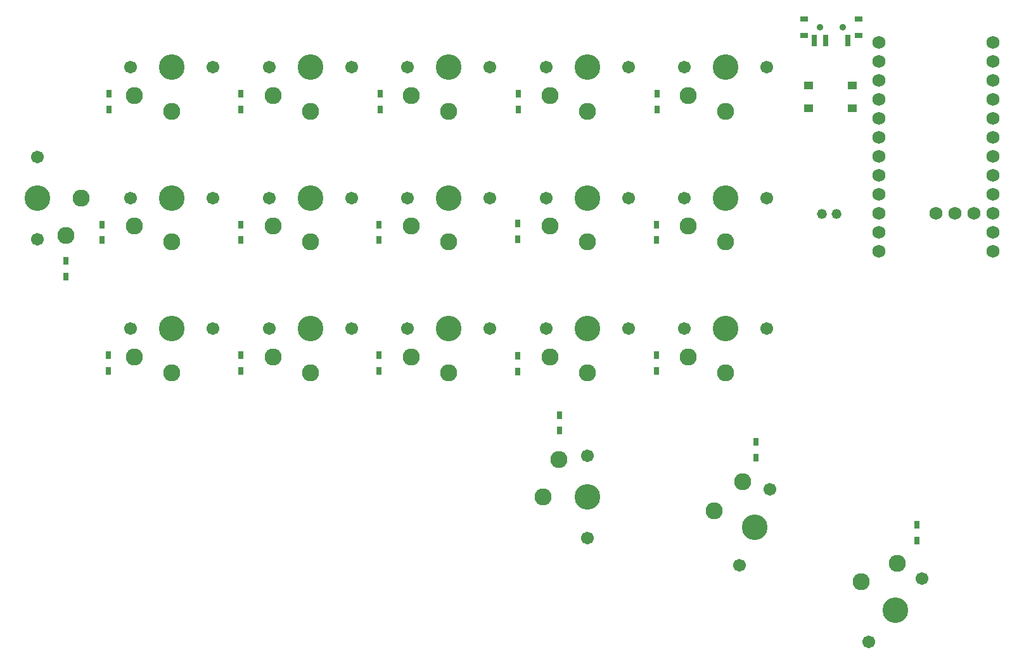
<source format=gbr>
%TF.GenerationSoftware,KiCad,Pcbnew,(6.0.7-1)-1*%
%TF.CreationDate,2022-10-16T21:29:02-07:00*%
%TF.ProjectId,karn-left,6b61726e-2d6c-4656-9674-2e6b69636164,rev?*%
%TF.SameCoordinates,Original*%
%TF.FileFunction,Soldermask,Top*%
%TF.FilePolarity,Negative*%
%FSLAX46Y46*%
G04 Gerber Fmt 4.6, Leading zero omitted, Abs format (unit mm)*
G04 Created by KiCad (PCBNEW (6.0.7-1)-1) date 2022-10-16 21:29:02*
%MOMM*%
%LPD*%
G01*
G04 APERTURE LIST*
%ADD10C,1.320800*%
%ADD11R,1.256900X1.041400*%
%ADD12R,0.750000X1.000000*%
%ADD13C,1.701800*%
%ADD14C,3.429000*%
%ADD15C,2.282000*%
%ADD16C,1.752600*%
%ADD17C,0.900000*%
%ADD18R,1.000000X0.800000*%
%ADD19R,0.700000X1.500000*%
G04 APERTURE END LIST*
D10*
%TO.C,JST1*%
X162799999Y-59639206D03*
X164800001Y-59639206D03*
%TD*%
D11*
%TO.C,RSW1*%
X161072851Y-45500000D03*
X166927149Y-45500000D03*
X161072851Y-42500000D03*
X166927149Y-42500000D03*
%TD*%
D12*
%TO.C,D31*%
X140700000Y-80644600D03*
X140700000Y-78552400D03*
%TD*%
%TO.C,D24*%
X85200000Y-63146100D03*
X85200000Y-61053900D03*
%TD*%
%TO.C,D21*%
X140700000Y-63146100D03*
X140700000Y-61053900D03*
%TD*%
%TO.C,D14*%
X85200000Y-45646100D03*
X85200000Y-43553900D03*
%TD*%
%TO.C,D42*%
X154000000Y-90153900D03*
X154000000Y-92246100D03*
%TD*%
%TO.C,D26*%
X61800000Y-68046100D03*
X61800000Y-65953900D03*
%TD*%
%TO.C,D35*%
X67469430Y-80646100D03*
X67469430Y-78553900D03*
%TD*%
%TO.C,D43*%
X127746341Y-86544574D03*
X127746341Y-88636774D03*
%TD*%
%TO.C,D41*%
X175529717Y-101231686D03*
X175529717Y-103323886D03*
%TD*%
%TO.C,D33*%
X103700000Y-80646100D03*
X103700000Y-78553900D03*
%TD*%
%TO.C,D22*%
X122200000Y-63044600D03*
X122200000Y-60952400D03*
%TD*%
%TO.C,D11*%
X140800000Y-45646100D03*
X140800000Y-43553900D03*
%TD*%
%TO.C,D13*%
X103800000Y-45646100D03*
X103800000Y-43553900D03*
%TD*%
%TO.C,D34*%
X85200000Y-80646100D03*
X85200000Y-78553900D03*
%TD*%
%TO.C,D12*%
X122300000Y-45646100D03*
X122300000Y-43553900D03*
%TD*%
%TO.C,D23*%
X103700000Y-63146100D03*
X103700000Y-61053900D03*
%TD*%
%TO.C,D32*%
X122200000Y-80746100D03*
X122200000Y-78653900D03*
%TD*%
%TO.C,D15*%
X67598338Y-45646100D03*
X67598338Y-43553900D03*
%TD*%
%TO.C,D25*%
X66700000Y-63146100D03*
X66700000Y-61053900D03*
%TD*%
D13*
%TO.C,SW24*%
X89000000Y-57500000D03*
X100000000Y-57500000D03*
D14*
X94500000Y-57500000D03*
D15*
X94500000Y-63400000D03*
X89500000Y-61300000D03*
%TD*%
D13*
%TO.C,SW22*%
X137000000Y-57500000D03*
D14*
X131500000Y-57500000D03*
D13*
X126000000Y-57500000D03*
D15*
X131500000Y-63400000D03*
X126500000Y-61300000D03*
%TD*%
D14*
%TO.C,SW43*%
X131500000Y-97500000D03*
D13*
X131500000Y-103000000D03*
X131500000Y-92000000D03*
D15*
X125600000Y-97500000D03*
X127700000Y-92500000D03*
%TD*%
D14*
%TO.C,SW12*%
X131500000Y-40000000D03*
D13*
X126000000Y-40000000D03*
X137000000Y-40000000D03*
D15*
X131500000Y-45900000D03*
X126500000Y-43800000D03*
%TD*%
D14*
%TO.C,SW13*%
X113000000Y-40000000D03*
D13*
X107500000Y-40000000D03*
X118500000Y-40000000D03*
D15*
X113000000Y-45900000D03*
X108000000Y-43800000D03*
%TD*%
D13*
%TO.C,SW26*%
X58000256Y-63000000D03*
D14*
X58000256Y-57500000D03*
D13*
X58000256Y-52000000D03*
D15*
X63900256Y-57500000D03*
X61800256Y-62500000D03*
%TD*%
D16*
%TO.C,U1*%
X185720000Y-36716750D03*
X185720000Y-39256750D03*
X185720000Y-41796750D03*
X185720000Y-44336750D03*
X185720000Y-46876750D03*
X185720000Y-49416750D03*
X185720000Y-51956750D03*
X185720000Y-54496750D03*
X185720000Y-57036750D03*
X185720000Y-59576750D03*
X185720000Y-62116750D03*
X185720000Y-64656750D03*
X170480000Y-64656750D03*
X170480000Y-62116750D03*
X170480000Y-59576750D03*
X170480000Y-57036750D03*
X170480000Y-54496750D03*
X170480000Y-51956750D03*
X170480000Y-49416750D03*
X170480000Y-46876750D03*
X170480000Y-44336750D03*
X170480000Y-41796750D03*
X170480000Y-39256750D03*
X170480000Y-36716750D03*
X183180000Y-59576750D03*
X180640000Y-59576750D03*
X178100000Y-59576750D03*
%TD*%
D13*
%TO.C,SW21*%
X144500000Y-57500000D03*
X155500000Y-57500000D03*
D14*
X150000000Y-57500000D03*
D15*
X150000000Y-63400000D03*
X145000000Y-61300000D03*
%TD*%
D13*
%TO.C,SW34*%
X89000000Y-75000000D03*
X100000000Y-75000000D03*
D14*
X94500000Y-75000000D03*
D15*
X94500000Y-80900000D03*
X89500000Y-78800000D03*
%TD*%
D14*
%TO.C,SW31*%
X150000000Y-75000000D03*
D13*
X155500000Y-75000000D03*
X144500000Y-75000000D03*
D15*
X150000000Y-80900000D03*
X145000000Y-78800000D03*
%TD*%
D13*
%TO.C,SW25*%
X70500000Y-57500000D03*
D14*
X76000000Y-57500000D03*
D13*
X81500000Y-57500000D03*
D15*
X76000000Y-63400000D03*
X71000000Y-61300000D03*
%TD*%
D13*
%TO.C,SW42*%
X155939347Y-96459638D03*
D14*
X153879011Y-101559149D03*
D13*
X151818675Y-106658660D03*
D15*
X148408626Y-99348970D03*
X152228745Y-95499725D03*
%TD*%
D13*
%TO.C,SW41*%
X169109402Y-116884645D03*
X176180066Y-108458157D03*
D14*
X172644734Y-112671401D03*
D15*
X168125072Y-108878954D03*
X172947703Y-106398586D03*
%TD*%
D13*
%TO.C,SW23*%
X107500000Y-57500000D03*
D14*
X113000000Y-57500000D03*
D13*
X118500000Y-57500000D03*
D15*
X113000000Y-63400000D03*
X108000000Y-61300000D03*
%TD*%
D13*
%TO.C,SW14*%
X89000000Y-40000000D03*
D14*
X94500000Y-40000000D03*
D13*
X100000000Y-40000000D03*
D15*
X94500000Y-45900000D03*
X89500000Y-43800000D03*
%TD*%
D13*
%TO.C,SW33*%
X107500000Y-75000000D03*
X118500000Y-75000000D03*
D14*
X113000000Y-75000000D03*
D15*
X113000000Y-80900000D03*
X108000000Y-78800000D03*
%TD*%
D13*
%TO.C,SW35*%
X81500000Y-75000000D03*
X70500000Y-75000000D03*
D14*
X76000000Y-75000000D03*
D15*
X76000000Y-80900000D03*
X71000000Y-78800000D03*
%TD*%
D14*
%TO.C,SW32*%
X131500000Y-75000000D03*
D13*
X137000000Y-75000000D03*
X126000000Y-75000000D03*
D15*
X131500000Y-80900000D03*
X126500000Y-78800000D03*
%TD*%
D17*
%TO.C,SW_POWER1*%
X162600000Y-34670000D03*
X165600000Y-34670000D03*
D18*
X167750000Y-33570000D03*
X167750000Y-35780000D03*
X160450000Y-35780000D03*
X160450000Y-33570000D03*
D19*
X166350000Y-36430000D03*
X163350000Y-36430000D03*
X161850000Y-36430000D03*
%TD*%
D14*
%TO.C,SW15*%
X76000000Y-40000000D03*
D13*
X70500000Y-40000000D03*
X81500000Y-40000000D03*
D15*
X76000000Y-45900000D03*
X71000000Y-43800000D03*
%TD*%
D13*
%TO.C,SW11*%
X144500000Y-40000000D03*
X155500000Y-40000000D03*
D14*
X150000000Y-40000000D03*
D15*
X150000000Y-45900000D03*
X145000000Y-43800000D03*
%TD*%
M02*

</source>
